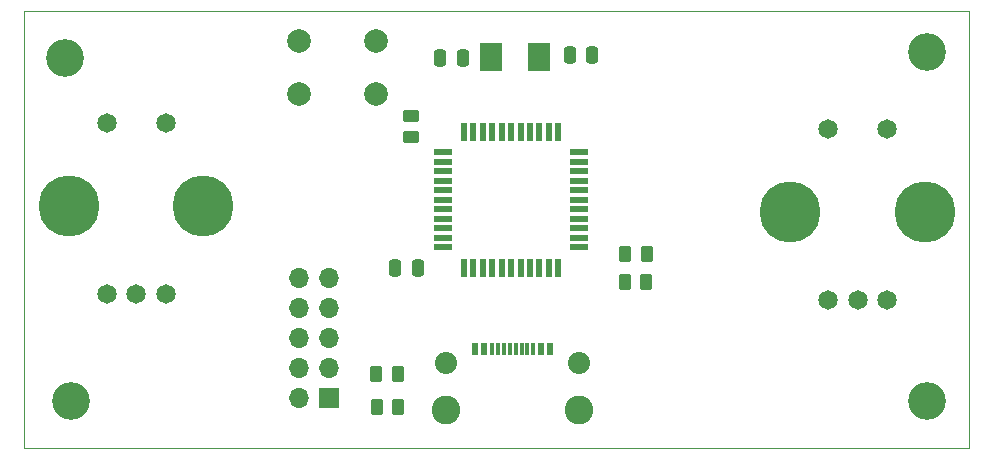
<source format=gbr>
%TF.GenerationSoftware,KiCad,Pcbnew,9.0.0*%
%TF.CreationDate,2025-03-14T14:13:33-06:00*%
%TF.ProjectId,scrollwheel_peripheral,7363726f-6c6c-4776-9865-656c5f706572,rev?*%
%TF.SameCoordinates,Original*%
%TF.FileFunction,Soldermask,Top*%
%TF.FilePolarity,Negative*%
%FSLAX46Y46*%
G04 Gerber Fmt 4.6, Leading zero omitted, Abs format (unit mm)*
G04 Created by KiCad (PCBNEW 9.0.0) date 2025-03-14 14:13:33*
%MOMM*%
%LPD*%
G01*
G04 APERTURE LIST*
G04 Aperture macros list*
%AMRoundRect*
0 Rectangle with rounded corners*
0 $1 Rounding radius*
0 $2 $3 $4 $5 $6 $7 $8 $9 X,Y pos of 4 corners*
0 Add a 4 corners polygon primitive as box body*
4,1,4,$2,$3,$4,$5,$6,$7,$8,$9,$2,$3,0*
0 Add four circle primitives for the rounded corners*
1,1,$1+$1,$2,$3*
1,1,$1+$1,$4,$5*
1,1,$1+$1,$6,$7*
1,1,$1+$1,$8,$9*
0 Add four rect primitives between the rounded corners*
20,1,$1+$1,$2,$3,$4,$5,0*
20,1,$1+$1,$4,$5,$6,$7,0*
20,1,$1+$1,$6,$7,$8,$9,0*
20,1,$1+$1,$8,$9,$2,$3,0*%
G04 Aperture macros list end*
%ADD10C,3.200000*%
%ADD11RoundRect,0.250000X0.450000X-0.262500X0.450000X0.262500X-0.450000X0.262500X-0.450000X-0.262500X0*%
%ADD12C,1.650000*%
%ADD13C,5.161000*%
%ADD14C,2.000000*%
%ADD15R,1.700000X1.700000*%
%ADD16O,1.700000X1.700000*%
%ADD17C,1.875000*%
%ADD18C,2.430000*%
%ADD19R,0.600000X1.100000*%
%ADD20R,0.300000X1.100000*%
%ADD21RoundRect,0.250000X0.262500X0.450000X-0.262500X0.450000X-0.262500X-0.450000X0.262500X-0.450000X0*%
%ADD22RoundRect,0.250000X0.250000X0.475000X-0.250000X0.475000X-0.250000X-0.475000X0.250000X-0.475000X0*%
%ADD23RoundRect,0.250000X-0.262500X-0.450000X0.262500X-0.450000X0.262500X0.450000X-0.262500X0.450000X0*%
%ADD24R,1.900000X2.400000*%
%ADD25RoundRect,0.250000X-0.250000X-0.475000X0.250000X-0.475000X0.250000X0.475000X-0.250000X0.475000X0*%
%ADD26R,1.500000X0.600000*%
%ADD27R,0.600000X1.500000*%
%TA.AperFunction,Profile*%
%ADD28C,0.050000*%
%TD*%
G04 APERTURE END LIST*
D10*
%TO.C,M3*%
X118500000Y-57000000D03*
%TD*%
D11*
%TO.C,R5*%
X74775000Y-64200000D03*
X74775000Y-62375000D03*
%TD*%
D10*
%TO.C,M3*%
X45500000Y-57500000D03*
%TD*%
D12*
%TO.C,VR1*%
X49000000Y-63000000D03*
X54000000Y-63000000D03*
X49000000Y-77500000D03*
X54000000Y-77500000D03*
X51500000Y-77500000D03*
D13*
X45800000Y-70000000D03*
X57200000Y-70000000D03*
%TD*%
D14*
%TO.C,SW2*%
X65325000Y-56025000D03*
X71825000Y-56025000D03*
X65325000Y-60525000D03*
X71825000Y-60525000D03*
%TD*%
D15*
%TO.C,J2*%
X67815000Y-86325000D03*
D16*
X65275000Y-86325000D03*
X67815000Y-83785000D03*
X65275000Y-83785000D03*
X67815000Y-81245000D03*
X65275000Y-81245000D03*
X67815000Y-78705000D03*
X65275000Y-78705000D03*
X67815000Y-76165000D03*
X65275000Y-76165000D03*
%TD*%
D17*
%TO.C,J1*%
X77760000Y-83325000D03*
X89000000Y-83325000D03*
D18*
X77760000Y-87325000D03*
X89000000Y-87325000D03*
D19*
X80180000Y-82175000D03*
X80980000Y-82175000D03*
D20*
X82130000Y-82175000D03*
X83130000Y-82175000D03*
X83630000Y-82175000D03*
X84630000Y-82175000D03*
D19*
X86580000Y-82175000D03*
X85780000Y-82175000D03*
D20*
X85130000Y-82175000D03*
X84130000Y-82175000D03*
X82630000Y-82175000D03*
X81630000Y-82175000D03*
%TD*%
D10*
%TO.C,M3*%
X118500000Y-86500000D03*
%TD*%
D21*
%TO.C,R1*%
X94687500Y-76500000D03*
X92862500Y-76500000D03*
%TD*%
D22*
%TO.C,C7*%
X79150000Y-57500000D03*
X77250000Y-57500000D03*
%TD*%
D12*
%TO.C,VR2*%
X110100000Y-63500000D03*
X115100000Y-63500000D03*
X110100000Y-78000000D03*
X115100000Y-78000000D03*
X112600000Y-78000000D03*
D13*
X106900000Y-70500000D03*
X118300000Y-70500000D03*
%TD*%
D23*
%TO.C,R4*%
X71850000Y-84225000D03*
X73675000Y-84225000D03*
%TD*%
D21*
%TO.C,R3*%
X73700000Y-87075000D03*
X71875000Y-87075000D03*
%TD*%
D24*
%TO.C,Y1*%
X85650000Y-57400000D03*
X81550000Y-57400000D03*
%TD*%
D21*
%TO.C,R2*%
X94725000Y-74075000D03*
X92900000Y-74075000D03*
%TD*%
D10*
%TO.C,M3*%
X46000000Y-86500000D03*
%TD*%
D25*
%TO.C,C6*%
X88225000Y-57225000D03*
X90125000Y-57225000D03*
%TD*%
D26*
%TO.C,IC1*%
X89000000Y-73500000D03*
X89000000Y-72700000D03*
X89000000Y-71900000D03*
X89000000Y-71100000D03*
X89000000Y-70300000D03*
X89000000Y-69500000D03*
X89000000Y-68700000D03*
X89000000Y-67900000D03*
X89000000Y-67100000D03*
X89000000Y-66300000D03*
X89000000Y-65500000D03*
D27*
X87250000Y-63750000D03*
X86450000Y-63750000D03*
X85650000Y-63750000D03*
X84850000Y-63750000D03*
X84050000Y-63750000D03*
X83250000Y-63750000D03*
X82450000Y-63750000D03*
X81650000Y-63750000D03*
X80850000Y-63750000D03*
X80050000Y-63750000D03*
X79250000Y-63750000D03*
D26*
X77500000Y-65500000D03*
X77500000Y-66300000D03*
X77500000Y-67100000D03*
X77500000Y-67900000D03*
X77500000Y-68700000D03*
X77500000Y-69500000D03*
X77500000Y-70300000D03*
X77500000Y-71100000D03*
X77500000Y-71900000D03*
X77500000Y-72700000D03*
X77500000Y-73500000D03*
D27*
X79250000Y-75250000D03*
X80050000Y-75250000D03*
X80850000Y-75250000D03*
X81650000Y-75250000D03*
X82450000Y-75250000D03*
X83250000Y-75250000D03*
X84050000Y-75250000D03*
X84850000Y-75250000D03*
X85650000Y-75250000D03*
X86450000Y-75250000D03*
X87250000Y-75250000D03*
%TD*%
D22*
%TO.C,C10*%
X75325000Y-75275000D03*
X73425000Y-75275000D03*
%TD*%
D28*
X42000000Y-53500000D02*
X122000000Y-53500000D01*
X122000000Y-90500000D01*
X42000000Y-90500000D01*
X42000000Y-53500000D01*
M02*

</source>
